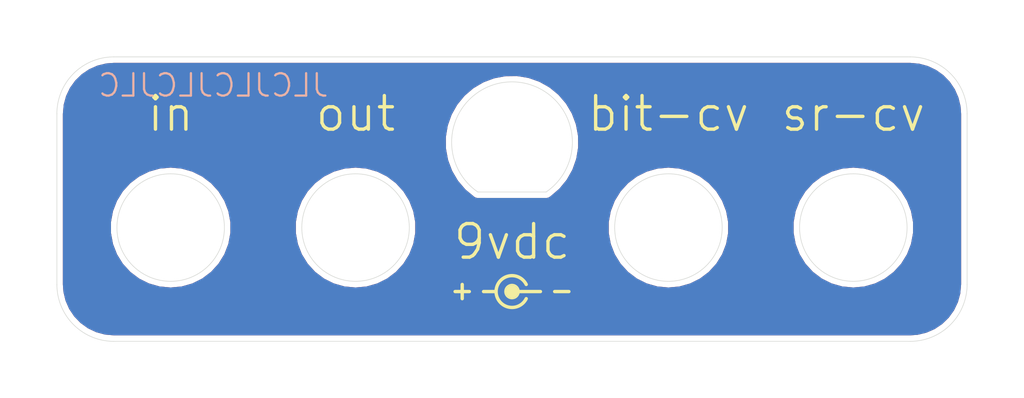
<source format=kicad_pcb>
(kicad_pcb (version 20171130) (host pcbnew 5.1.6-c6e7f7d~87~ubuntu18.04.1)

  (general
    (thickness 1.6)
    (drawings 42)
    (tracks 0)
    (zones 0)
    (modules 0)
    (nets 1)
  )

  (page A4)
  (layers
    (0 F.Cu signal)
    (31 B.Cu signal)
    (32 B.Adhes user)
    (33 F.Adhes user)
    (34 B.Paste user)
    (35 F.Paste user)
    (36 B.SilkS user)
    (37 F.SilkS user)
    (38 B.Mask user)
    (39 F.Mask user)
    (40 Dwgs.User user)
    (41 Cmts.User user)
    (42 Eco1.User user)
    (43 Eco2.User user)
    (44 Edge.Cuts user)
    (45 Margin user)
    (46 B.CrtYd user)
    (47 F.CrtYd user)
    (48 B.Fab user hide)
    (49 F.Fab user hide)
  )

  (setup
    (last_trace_width 0.25)
    (user_trace_width 0.3)
    (user_trace_width 0.4)
    (user_trace_width 0.5)
    (user_trace_width 1)
    (trace_clearance 0.2)
    (zone_clearance 0.508)
    (zone_45_only no)
    (trace_min 0.2)
    (via_size 0.8)
    (via_drill 0.4)
    (via_min_size 0.4)
    (via_min_drill 0.3)
    (user_via 1 0.8)
    (uvia_size 0.3)
    (uvia_drill 0.1)
    (uvias_allowed no)
    (uvia_min_size 0.2)
    (uvia_min_drill 0.1)
    (edge_width 0.05)
    (segment_width 0.2)
    (pcb_text_width 0.3)
    (pcb_text_size 1.5 1.5)
    (mod_edge_width 0.12)
    (mod_text_size 1 1)
    (mod_text_width 0.15)
    (pad_size 2.72 3.24)
    (pad_drill 1.1)
    (pad_to_mask_clearance 0.05)
    (aux_axis_origin 0 0)
    (visible_elements FFFFFF7F)
    (pcbplotparams
      (layerselection 0x010fc_ffffffff)
      (usegerberextensions false)
      (usegerberattributes true)
      (usegerberadvancedattributes true)
      (creategerberjobfile true)
      (excludeedgelayer true)
      (linewidth 0.100000)
      (plotframeref false)
      (viasonmask false)
      (mode 1)
      (useauxorigin false)
      (hpglpennumber 1)
      (hpglpenspeed 20)
      (hpglpendiameter 15.000000)
      (psnegative false)
      (psa4output false)
      (plotreference true)
      (plotvalue true)
      (plotinvisibletext false)
      (padsonsilk false)
      (subtractmaskfromsilk false)
      (outputformat 1)
      (mirror false)
      (drillshape 1)
      (scaleselection 1)
      (outputdirectory ""))
  )

  (net 0 "")

  (net_class Default "This is the default net class."
    (clearance 0.2)
    (trace_width 0.25)
    (via_dia 0.8)
    (via_drill 0.4)
    (uvia_dia 0.3)
    (uvia_drill 0.1)
  )

  (gr_arc (start 116.84 43.18) (end 119.887999 47.624999) (angle -291.1220214) (layer Edge.Cuts) (width 0.05))
  (gr_line (start 119.888 47.625) (end 113.792 47.625) (layer Edge.Cuts) (width 0.05))
  (gr_line (start 112.395 56.515) (end 113.03 56.515) (layer F.SilkS) (width 0.3))
  (gr_line (start 112.395 57.15) (end 112.395 56.515) (layer F.SilkS) (width 0.3) (tstamp 5F20A1B7))
  (gr_line (start 112.395 55.88) (end 112.395 56.515) (layer F.SilkS) (width 0.3) (tstamp 5F20A1B6))
  (gr_line (start 111.76 56.515) (end 112.395 56.515) (layer F.SilkS) (width 0.3))
  (gr_line (start 114.3 56.515) (end 115.4 56.515) (layer F.SilkS) (width 0.3))
  (gr_line (start 120.65 56.515) (end 121.92 56.515) (layer F.SilkS) (width 0.3))
  (gr_line (start 116.84 56.515) (end 119.38 56.515) (layer F.SilkS) (width 0.3))
  (gr_circle (center 116.84 56.515) (end 116.713 56.007) (layer F.SilkS) (width 0.12))
  (gr_circle (center 116.84 56.515) (end 116.9035 56.0705) (layer F.SilkS) (width 0.12))
  (gr_circle (center 116.84 56.515) (end 116.9035 56.134) (layer F.SilkS) (width 0.12))
  (gr_circle (center 116.84 56.515) (end 116.9035 56.1975) (layer F.SilkS) (width 0.12))
  (gr_circle (center 116.84 56.515) (end 116.84 56.261) (layer F.SilkS) (width 0.12))
  (gr_circle (center 116.84 56.515) (end 116.84 56.3245) (layer F.SilkS) (width 0.12))
  (gr_circle (center 116.84 56.515) (end 116.84 56.388) (layer F.SilkS) (width 0.12))
  (gr_circle (center 116.84 56.515) (end 116.84 56.4515) (layer F.SilkS) (width 0.12))
  (gr_arc (start 116.84 56.515) (end 118.109999 55.880001) (angle -306.9) (layer F.SilkS) (width 0.3))
  (gr_circle (center 116.84 56.515) (end 116.84 55.88) (layer F.SilkS) (width 0.12))
  (gr_text 9vdc (at 116.84 52.07) (layer F.SilkS) (tstamp 5F20A1AF)
    (effects (font (size 3 3) (thickness 0.3)))
  )
  (gr_text sr-cv (at 147.32 40.64) (layer F.SilkS)
    (effects (font (size 3 3) (thickness 0.3)))
  )
  (gr_text bit-cv (at 130.81 40.64) (layer F.SilkS)
    (effects (font (size 3 3) (thickness 0.3)))
  )
  (gr_text out (at 102.87 40.64) (layer F.SilkS) (tstamp 5F20A1A5)
    (effects (font (size 3 3) (thickness 0.3)))
  )
  (gr_text in (at 86.36 40.64) (layer F.SilkS) (tstamp 5F20A1AA)
    (effects (font (size 3 3) (thickness 0.3)))
  )
  (gr_circle (center 116.84 43.18) (end 122.84 43.18) (layer Dwgs.User) (width 0.15))
  (gr_circle (center 130.81 50.8) (end 135.61 50.8) (layer Edge.Cuts) (width 0.05) (tstamp 5F20432F))
  (gr_circle (center 130.81 50.8) (end 138.81 50.8) (layer Dwgs.User) (width 0.15) (tstamp 5F20432E))
  (gr_circle (center 147.32 50.8) (end 152.12 50.8) (layer Edge.Cuts) (width 0.05) (tstamp 5F20432F))
  (gr_circle (center 147.32 50.8) (end 155.32 50.8) (layer Dwgs.User) (width 0.15) (tstamp 5F20432E))
  (gr_circle (center 102.87 50.8) (end 107.67 50.8) (layer Edge.Cuts) (width 0.05) (tstamp 5F20432F))
  (gr_circle (center 102.87 50.8) (end 110.87 50.8) (layer Dwgs.User) (width 0.15) (tstamp 5F20432E))
  (gr_text JLCJLCJLCJLC (at 90.17 38.1) (layer B.SilkS)
    (effects (font (size 2 2) (thickness 0.2)) (justify mirror))
  )
  (gr_circle (center 86.36 50.8) (end 94.36 50.8) (layer Dwgs.User) (width 0.15) (tstamp 5F20212B))
  (gr_circle (center 86.36 50.8) (end 91.16 50.8) (layer Edge.Cuts) (width 0.05) (tstamp 5F20449F))
  (gr_arc (start 152.4 40.64) (end 157.48 40.64) (angle -90) (layer Edge.Cuts) (width 0.05))
  (gr_arc (start 152.4 55.88) (end 152.4 60.96) (angle -90) (layer Edge.Cuts) (width 0.05))
  (gr_arc (start 81.28 55.88) (end 76.2 55.88) (angle -90) (layer Edge.Cuts) (width 0.05))
  (gr_arc (start 81.28 40.64) (end 81.28 35.56) (angle -90) (layer Edge.Cuts) (width 0.05))
  (gr_line (start 152.4 35.56) (end 81.28 35.56) (layer Edge.Cuts) (width 0.05) (tstamp 5F202127))
  (gr_line (start 157.48 55.88) (end 157.48 40.64) (layer Edge.Cuts) (width 0.05))
  (gr_line (start 81.28 60.96) (end 152.4 60.96) (layer Edge.Cuts) (width 0.05))
  (gr_line (start 76.2 40.64) (end 76.2 55.88) (layer Edge.Cuts) (width 0.05))

  (zone (net 0) (net_name "") (layer F.Cu) (tstamp 0) (hatch edge 0.508)
    (connect_pads (clearance 0.508))
    (min_thickness 0.254)
    (fill yes (arc_segments 32) (thermal_gap 0.508) (thermal_bridge_width 0.508))
    (polygon
      (pts
        (xy 160.02 63.5) (xy 73.66 63.5) (xy 73.66 33.02) (xy 160.02 33.02)
      )
    )
    (filled_polygon
      (pts
        (xy 153.182249 36.292437) (xy 153.939774 36.499672) (xy 154.648625 36.837777) (xy 155.286404 37.296067) (xy 155.832946 37.860055)
        (xy 156.270977 38.511913) (xy 156.586651 39.231038) (xy 156.771206 39.999768) (xy 156.820001 40.664221) (xy 156.82 55.850608)
        (xy 156.747563 56.662249) (xy 156.540328 57.419774) (xy 156.202221 58.128627) (xy 155.743928 58.76641) (xy 155.179945 59.312946)
        (xy 154.528085 59.750978) (xy 153.808963 60.066651) (xy 153.040232 60.251206) (xy 152.375792 60.3) (xy 81.309392 60.3)
        (xy 80.497751 60.227563) (xy 79.740226 60.020328) (xy 79.031373 59.682221) (xy 78.39359 59.223928) (xy 77.847054 58.659945)
        (xy 77.409022 58.008085) (xy 77.093349 57.288963) (xy 76.908794 56.520232) (xy 76.86 55.855792) (xy 76.86 50.294369)
        (xy 80.903377 50.294369) (xy 80.903377 51.305631) (xy 81.089195 52.299673) (xy 81.454505 53.242646) (xy 81.986866 54.102438)
        (xy 82.668148 54.849769) (xy 83.475152 55.45919) (xy 84.380396 55.909948) (xy 85.353053 56.186693) (xy 86.36 56.28)
        (xy 87.366947 56.186693) (xy 88.339604 55.909948) (xy 89.244848 55.45919) (xy 90.051852 54.849769) (xy 90.733134 54.102438)
        (xy 91.265495 53.242646) (xy 91.630805 52.299673) (xy 91.816623 51.305631) (xy 91.816623 50.294369) (xy 97.413377 50.294369)
        (xy 97.413377 51.305631) (xy 97.599195 52.299673) (xy 97.964505 53.242646) (xy 98.496866 54.102438) (xy 99.178148 54.849769)
        (xy 99.985152 55.45919) (xy 100.890396 55.909948) (xy 101.863053 56.186693) (xy 102.87 56.28) (xy 103.876947 56.186693)
        (xy 104.849604 55.909948) (xy 105.754848 55.45919) (xy 106.561852 54.849769) (xy 107.243134 54.102438) (xy 107.775495 53.242646)
        (xy 108.140805 52.299673) (xy 108.326623 51.305631) (xy 108.326623 50.294369) (xy 125.353377 50.294369) (xy 125.353377 51.305631)
        (xy 125.539195 52.299673) (xy 125.904505 53.242646) (xy 126.436866 54.102438) (xy 127.118148 54.849769) (xy 127.925152 55.45919)
        (xy 128.830396 55.909948) (xy 129.803053 56.186693) (xy 130.81 56.28) (xy 131.816947 56.186693) (xy 132.789604 55.909948)
        (xy 133.694848 55.45919) (xy 134.501852 54.849769) (xy 135.183134 54.102438) (xy 135.715495 53.242646) (xy 136.080805 52.299673)
        (xy 136.266623 51.305631) (xy 136.266623 50.294369) (xy 141.863377 50.294369) (xy 141.863377 51.305631) (xy 142.049195 52.299673)
        (xy 142.414505 53.242646) (xy 142.946866 54.102438) (xy 143.628148 54.849769) (xy 144.435152 55.45919) (xy 145.340396 55.909948)
        (xy 146.313053 56.186693) (xy 147.32 56.28) (xy 148.326947 56.186693) (xy 149.299604 55.909948) (xy 150.204848 55.45919)
        (xy 151.011852 54.849769) (xy 151.693134 54.102438) (xy 152.225495 53.242646) (xy 152.590805 52.299673) (xy 152.776623 51.305631)
        (xy 152.776623 50.294369) (xy 152.590805 49.300327) (xy 152.225495 48.357354) (xy 151.693134 47.497562) (xy 151.011852 46.750231)
        (xy 150.204848 46.14081) (xy 149.299604 45.690052) (xy 148.326947 45.413307) (xy 147.32 45.32) (xy 146.313053 45.413307)
        (xy 145.340396 45.690052) (xy 144.435152 46.14081) (xy 143.628148 46.750231) (xy 142.946866 47.497562) (xy 142.414505 48.357354)
        (xy 142.049195 49.300327) (xy 141.863377 50.294369) (xy 136.266623 50.294369) (xy 136.080805 49.300327) (xy 135.715495 48.357354)
        (xy 135.183134 47.497562) (xy 134.501852 46.750231) (xy 133.694848 46.14081) (xy 132.789604 45.690052) (xy 131.816947 45.413307)
        (xy 130.81 45.32) (xy 129.803053 45.413307) (xy 128.830396 45.690052) (xy 127.925152 46.14081) (xy 127.118148 46.750231)
        (xy 126.436866 47.497562) (xy 125.904505 48.357354) (xy 125.539195 49.300327) (xy 125.353377 50.294369) (xy 108.326623 50.294369)
        (xy 108.140805 49.300327) (xy 107.775495 48.357354) (xy 107.243134 47.497562) (xy 106.561852 46.750231) (xy 105.754848 46.14081)
        (xy 104.849604 45.690052) (xy 103.876947 45.413307) (xy 102.87 45.32) (xy 101.863053 45.413307) (xy 100.890396 45.690052)
        (xy 99.985152 46.14081) (xy 99.178148 46.750231) (xy 98.496866 47.497562) (xy 97.964505 48.357354) (xy 97.599195 49.300327)
        (xy 97.413377 50.294369) (xy 91.816623 50.294369) (xy 91.630805 49.300327) (xy 91.265495 48.357354) (xy 90.733134 47.497562)
        (xy 90.051852 46.750231) (xy 89.244848 46.14081) (xy 88.339604 45.690052) (xy 87.366947 45.413307) (xy 86.36 45.32)
        (xy 85.353053 45.413307) (xy 84.380396 45.690052) (xy 83.475152 46.14081) (xy 82.668148 46.750231) (xy 81.986866 47.497562)
        (xy 81.454505 48.357354) (xy 81.089195 49.300327) (xy 80.903377 50.294369) (xy 76.86 50.294369) (xy 76.86 42.769317)
        (xy 110.80655 42.769317) (xy 110.815749 43.70875) (xy 110.826897 43.823255) (xy 110.999087 44.746818) (xy 111.02995 44.857646)
        (xy 111.359899 45.737278) (xy 111.409538 45.841064) (xy 111.887221 46.650037) (xy 111.938499 46.721764) (xy 111.954128 46.743626)
        (xy 112.56503 47.45736) (xy 112.647172 47.537909) (xy 113.322814 48.093658) (xy 113.323052 48.093948) (xy 113.42355 48.176425)
        (xy 113.538207 48.23771) (xy 113.662617 48.27545) (xy 113.759581 48.285) (xy 119.920419 48.285) (xy 120.017383 48.27545)
        (xy 120.141793 48.23771) (xy 120.25645 48.176425) (xy 120.287219 48.151173) (xy 120.353017 48.105101) (xy 120.377562 48.084505)
        (xy 120.403626 48.065872) (xy 121.11736 47.45497) (xy 121.197909 47.372828) (xy 121.794718 46.647268) (xy 121.85978 46.552387)
        (xy 122.32153 45.734214) (xy 122.347497 45.677074) (xy 122.369127 45.629477) (xy 122.681788 44.743553) (xy 122.710474 44.632141)
        (xy 122.864546 43.705383) (xy 122.87345 43.590682) (xy 122.864251 42.65125) (xy 122.853103 42.536745) (xy 122.853102 42.536743)
        (xy 122.680913 41.613182) (xy 122.65005 41.502354) (xy 122.320101 40.622722) (xy 122.270462 40.518936) (xy 121.792779 39.709963)
        (xy 121.725872 39.616374) (xy 121.11497 38.90264) (xy 121.032828 38.822091) (xy 120.307268 38.225282) (xy 120.212386 38.16022)
        (xy 120.212382 38.160218) (xy 119.394215 37.69847) (xy 119.289477 37.650873) (xy 119.289467 37.65087) (xy 118.403553 37.338212)
        (xy 118.310706 37.314306) (xy 118.292142 37.309526) (xy 117.365383 37.155454) (xy 117.250683 37.14655) (xy 116.31125 37.155749)
        (xy 116.196745 37.166897) (xy 116.196743 37.166898) (xy 115.273182 37.339087) (xy 115.178226 37.36553) (xy 115.162354 37.36995)
        (xy 114.282722 37.699899) (xy 114.178936 37.749538) (xy 113.369963 38.227221) (xy 113.276374 38.294128) (xy 112.562642 38.905028)
        (xy 112.562641 38.905029) (xy 112.482091 38.987172) (xy 111.885282 39.712732) (xy 111.820221 39.807613) (xy 111.35847 40.625785)
        (xy 111.310873 40.730523) (xy 111.31087 40.730533) (xy 110.998212 41.616447) (xy 110.9754 41.705046) (xy 110.969526 41.727858)
        (xy 110.815454 42.654617) (xy 110.80655 42.769317) (xy 76.86 42.769317) (xy 76.86 40.669392) (xy 76.932437 39.857751)
        (xy 77.139672 39.100226) (xy 77.477777 38.391375) (xy 77.936067 37.753596) (xy 78.500055 37.207054) (xy 79.151913 36.769023)
        (xy 79.871038 36.453349) (xy 80.639768 36.268794) (xy 81.304207 36.22) (xy 152.370608 36.22)
      )
    )
  )
  (zone (net 0) (net_name "") (layer B.Cu) (tstamp 0) (hatch edge 0.508)
    (connect_pads (clearance 0.508))
    (min_thickness 0.254)
    (fill yes (arc_segments 32) (thermal_gap 0.508) (thermal_bridge_width 0.508))
    (polygon
      (pts
        (xy 162.56 66.04) (xy 71.12 66.04) (xy 71.12 30.48) (xy 162.56 30.48)
      )
    )
    (filled_polygon
      (pts
        (xy 153.182249 36.292437) (xy 153.939774 36.499672) (xy 154.648625 36.837777) (xy 155.286404 37.296067) (xy 155.832946 37.860055)
        (xy 156.270977 38.511913) (xy 156.586651 39.231038) (xy 156.771206 39.999768) (xy 156.820001 40.664221) (xy 156.82 55.850608)
        (xy 156.747563 56.662249) (xy 156.540328 57.419774) (xy 156.202221 58.128627) (xy 155.743928 58.76641) (xy 155.179945 59.312946)
        (xy 154.528085 59.750978) (xy 153.808963 60.066651) (xy 153.040232 60.251206) (xy 152.375792 60.3) (xy 81.309392 60.3)
        (xy 80.497751 60.227563) (xy 79.740226 60.020328) (xy 79.031373 59.682221) (xy 78.39359 59.223928) (xy 77.847054 58.659945)
        (xy 77.409022 58.008085) (xy 77.093349 57.288963) (xy 76.908794 56.520232) (xy 76.86 55.855792) (xy 76.86 50.294369)
        (xy 80.903377 50.294369) (xy 80.903377 51.305631) (xy 81.089195 52.299673) (xy 81.454505 53.242646) (xy 81.986866 54.102438)
        (xy 82.668148 54.849769) (xy 83.475152 55.45919) (xy 84.380396 55.909948) (xy 85.353053 56.186693) (xy 86.36 56.28)
        (xy 87.366947 56.186693) (xy 88.339604 55.909948) (xy 89.244848 55.45919) (xy 90.051852 54.849769) (xy 90.733134 54.102438)
        (xy 91.265495 53.242646) (xy 91.630805 52.299673) (xy 91.816623 51.305631) (xy 91.816623 50.294369) (xy 97.413377 50.294369)
        (xy 97.413377 51.305631) (xy 97.599195 52.299673) (xy 97.964505 53.242646) (xy 98.496866 54.102438) (xy 99.178148 54.849769)
        (xy 99.985152 55.45919) (xy 100.890396 55.909948) (xy 101.863053 56.186693) (xy 102.87 56.28) (xy 103.876947 56.186693)
        (xy 104.849604 55.909948) (xy 105.754848 55.45919) (xy 106.561852 54.849769) (xy 107.243134 54.102438) (xy 107.775495 53.242646)
        (xy 108.140805 52.299673) (xy 108.326623 51.305631) (xy 108.326623 50.294369) (xy 125.353377 50.294369) (xy 125.353377 51.305631)
        (xy 125.539195 52.299673) (xy 125.904505 53.242646) (xy 126.436866 54.102438) (xy 127.118148 54.849769) (xy 127.925152 55.45919)
        (xy 128.830396 55.909948) (xy 129.803053 56.186693) (xy 130.81 56.28) (xy 131.816947 56.186693) (xy 132.789604 55.909948)
        (xy 133.694848 55.45919) (xy 134.501852 54.849769) (xy 135.183134 54.102438) (xy 135.715495 53.242646) (xy 136.080805 52.299673)
        (xy 136.266623 51.305631) (xy 136.266623 50.294369) (xy 141.863377 50.294369) (xy 141.863377 51.305631) (xy 142.049195 52.299673)
        (xy 142.414505 53.242646) (xy 142.946866 54.102438) (xy 143.628148 54.849769) (xy 144.435152 55.45919) (xy 145.340396 55.909948)
        (xy 146.313053 56.186693) (xy 147.32 56.28) (xy 148.326947 56.186693) (xy 149.299604 55.909948) (xy 150.204848 55.45919)
        (xy 151.011852 54.849769) (xy 151.693134 54.102438) (xy 152.225495 53.242646) (xy 152.590805 52.299673) (xy 152.776623 51.305631)
        (xy 152.776623 50.294369) (xy 152.590805 49.300327) (xy 152.225495 48.357354) (xy 151.693134 47.497562) (xy 151.011852 46.750231)
        (xy 150.204848 46.14081) (xy 149.299604 45.690052) (xy 148.326947 45.413307) (xy 147.32 45.32) (xy 146.313053 45.413307)
        (xy 145.340396 45.690052) (xy 144.435152 46.14081) (xy 143.628148 46.750231) (xy 142.946866 47.497562) (xy 142.414505 48.357354)
        (xy 142.049195 49.300327) (xy 141.863377 50.294369) (xy 136.266623 50.294369) (xy 136.080805 49.300327) (xy 135.715495 48.357354)
        (xy 135.183134 47.497562) (xy 134.501852 46.750231) (xy 133.694848 46.14081) (xy 132.789604 45.690052) (xy 131.816947 45.413307)
        (xy 130.81 45.32) (xy 129.803053 45.413307) (xy 128.830396 45.690052) (xy 127.925152 46.14081) (xy 127.118148 46.750231)
        (xy 126.436866 47.497562) (xy 125.904505 48.357354) (xy 125.539195 49.300327) (xy 125.353377 50.294369) (xy 108.326623 50.294369)
        (xy 108.140805 49.300327) (xy 107.775495 48.357354) (xy 107.243134 47.497562) (xy 106.561852 46.750231) (xy 105.754848 46.14081)
        (xy 104.849604 45.690052) (xy 103.876947 45.413307) (xy 102.87 45.32) (xy 101.863053 45.413307) (xy 100.890396 45.690052)
        (xy 99.985152 46.14081) (xy 99.178148 46.750231) (xy 98.496866 47.497562) (xy 97.964505 48.357354) (xy 97.599195 49.300327)
        (xy 97.413377 50.294369) (xy 91.816623 50.294369) (xy 91.630805 49.300327) (xy 91.265495 48.357354) (xy 90.733134 47.497562)
        (xy 90.051852 46.750231) (xy 89.244848 46.14081) (xy 88.339604 45.690052) (xy 87.366947 45.413307) (xy 86.36 45.32)
        (xy 85.353053 45.413307) (xy 84.380396 45.690052) (xy 83.475152 46.14081) (xy 82.668148 46.750231) (xy 81.986866 47.497562)
        (xy 81.454505 48.357354) (xy 81.089195 49.300327) (xy 80.903377 50.294369) (xy 76.86 50.294369) (xy 76.86 42.769317)
        (xy 110.80655 42.769317) (xy 110.815749 43.70875) (xy 110.826897 43.823255) (xy 110.999087 44.746818) (xy 111.02995 44.857646)
        (xy 111.359899 45.737278) (xy 111.409538 45.841064) (xy 111.887221 46.650037) (xy 111.938499 46.721764) (xy 111.954128 46.743626)
        (xy 112.56503 47.45736) (xy 112.647172 47.537909) (xy 113.322814 48.093658) (xy 113.323052 48.093948) (xy 113.42355 48.176425)
        (xy 113.538207 48.23771) (xy 113.662617 48.27545) (xy 113.759581 48.285) (xy 119.920419 48.285) (xy 120.017383 48.27545)
        (xy 120.141793 48.23771) (xy 120.25645 48.176425) (xy 120.287219 48.151173) (xy 120.353017 48.105101) (xy 120.377562 48.084505)
        (xy 120.403626 48.065872) (xy 121.11736 47.45497) (xy 121.197909 47.372828) (xy 121.794718 46.647268) (xy 121.85978 46.552387)
        (xy 122.32153 45.734214) (xy 122.347497 45.677074) (xy 122.369127 45.629477) (xy 122.681788 44.743553) (xy 122.710474 44.632141)
        (xy 122.864546 43.705383) (xy 122.87345 43.590682) (xy 122.864251 42.65125) (xy 122.853103 42.536745) (xy 122.853102 42.536743)
        (xy 122.680913 41.613182) (xy 122.65005 41.502354) (xy 122.320101 40.622722) (xy 122.270462 40.518936) (xy 121.792779 39.709963)
        (xy 121.725872 39.616374) (xy 121.11497 38.90264) (xy 121.032828 38.822091) (xy 120.307268 38.225282) (xy 120.212386 38.16022)
        (xy 120.212382 38.160218) (xy 119.394215 37.69847) (xy 119.289477 37.650873) (xy 119.289467 37.65087) (xy 118.403553 37.338212)
        (xy 118.310706 37.314306) (xy 118.292142 37.309526) (xy 117.365383 37.155454) (xy 117.250683 37.14655) (xy 116.31125 37.155749)
        (xy 116.196745 37.166897) (xy 116.196743 37.166898) (xy 115.273182 37.339087) (xy 115.178226 37.36553) (xy 115.162354 37.36995)
        (xy 114.282722 37.699899) (xy 114.178936 37.749538) (xy 113.369963 38.227221) (xy 113.276374 38.294128) (xy 112.562642 38.905028)
        (xy 112.562641 38.905029) (xy 112.482091 38.987172) (xy 111.885282 39.712732) (xy 111.820221 39.807613) (xy 111.35847 40.625785)
        (xy 111.310873 40.730523) (xy 111.31087 40.730533) (xy 110.998212 41.616447) (xy 110.9754 41.705046) (xy 110.969526 41.727858)
        (xy 110.815454 42.654617) (xy 110.80655 42.769317) (xy 76.86 42.769317) (xy 76.86 40.669392) (xy 76.932437 39.857751)
        (xy 77.139672 39.100226) (xy 77.477777 38.391375) (xy 77.936067 37.753596) (xy 78.500055 37.207054) (xy 79.151913 36.769023)
        (xy 79.871038 36.453349) (xy 80.639768 36.268794) (xy 81.304207 36.22) (xy 152.370608 36.22)
      )
    )
  )
)

</source>
